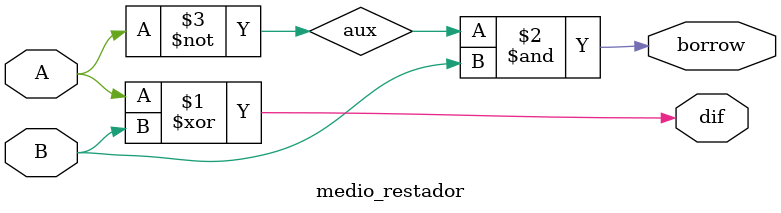
<source format=sv>
`timescale 1ns/100ps

module medio_restador(
  input A, 
  input B, 
  output dif, 
  output borrow);
  
    wire aux;
    xor g1(dif,A,B);
    not g2(aux,A);
    and g3(borrow,aux,B);
  
endmodule

</source>
